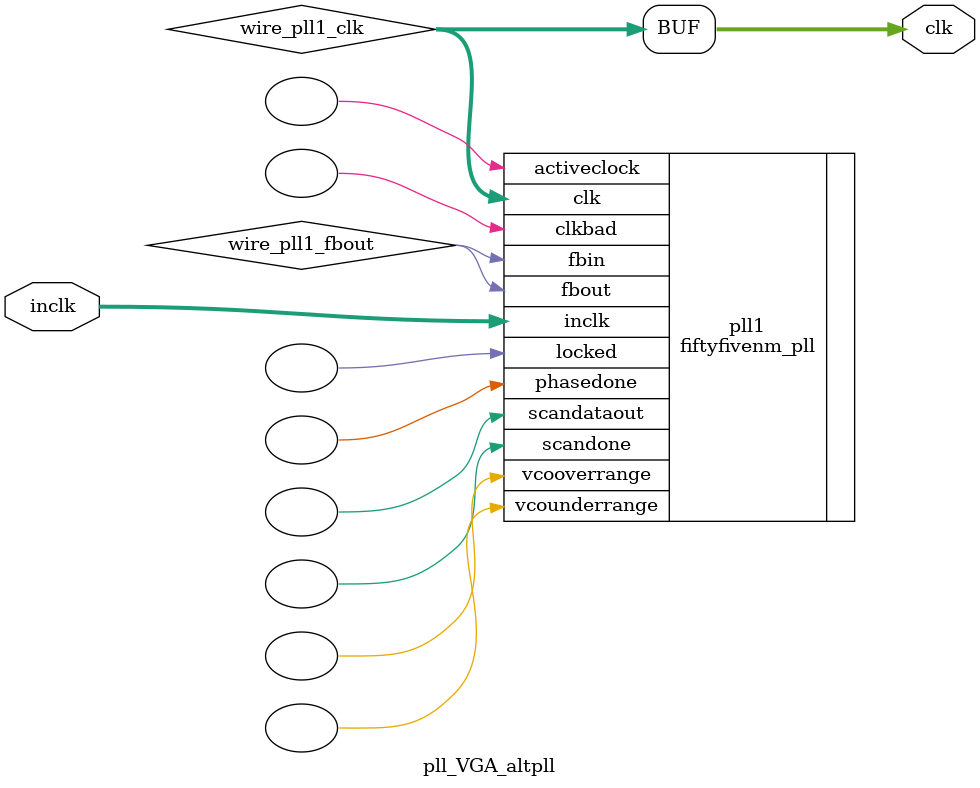
<source format=v>






//synthesis_resources = fiftyfivenm_pll 1 
//synopsys translate_off
`timescale 1 ps / 1 ps
//synopsys translate_on
module  pll_VGA_altpll
	( 
	clk,
	inclk) /* synthesis synthesis_clearbox=1 */;
	output   [4:0]  clk;
	input   [1:0]  inclk;
`ifndef ALTERA_RESERVED_QIS
// synopsys translate_off
`endif
	tri0   [1:0]  inclk;
`ifndef ALTERA_RESERVED_QIS
// synopsys translate_on
`endif

	wire  [4:0]   wire_pll1_clk;
	wire  wire_pll1_fbout;

	fiftyfivenm_pll   pll1
	( 
	.activeclock(),
	.clk(wire_pll1_clk),
	.clkbad(),
	.fbin(wire_pll1_fbout),
	.fbout(wire_pll1_fbout),
	.inclk(inclk),
	.locked(),
	.phasedone(),
	.scandataout(),
	.scandone(),
	.vcooverrange(),
	.vcounderrange()
	`ifndef FORMAL_VERIFICATION
	// synopsys translate_off
	`endif
	,
	.areset(1'b0),
	.clkswitch(1'b0),
	.configupdate(1'b0),
	.pfdena(1'b1),
	.phasecounterselect({3{1'b0}}),
	.phasestep(1'b0),
	.phaseupdown(1'b0),
	.scanclk(1'b0),
	.scanclkena(1'b1),
	.scandata(1'b0)
	`ifndef FORMAL_VERIFICATION
	// synopsys translate_on
	`endif
	);
	defparam
		pll1.bandwidth_type = "auto",
		pll1.clk0_divide_by = 2000,
		pll1.clk0_duty_cycle = 50,
		pll1.clk0_multiply_by = 1007,
		pll1.clk0_phase_shift = "0",
		pll1.compensate_clock = "clk0",
		pll1.inclk0_input_frequency = 20000,
		pll1.operation_mode = "normal",
		pll1.pll_type = "auto",
		pll1.lpm_type = "fiftyfivenm_pll";
	assign
		clk = {wire_pll1_clk[4:0]};
endmodule //pll_VGA_altpll
//VALID FILE

</source>
